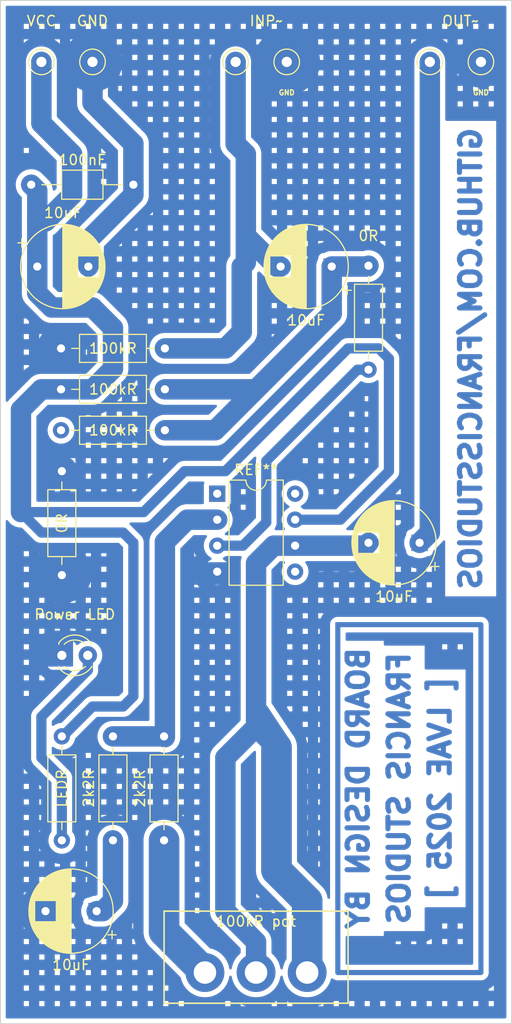
<source format=kicad_pcb>
(kicad_pcb (version 20211014) (generator pcbnew)
  (layers (0 "F.Cu" signal) (31 "B.Cu" signal) (34 "B.Paste" user) (35 "F.Paste" user) (36 "B.SilkS" user "B.Silkscreen") (37 "F.SilkS" user "F.Silkscreen") (38 "B.Mask" user) (39 "F.Mask" user) (44 "Edge.Cuts" user))
  (net 0 "")
  (footprint "MountingHole:MountingHole_2.2mm_M2_ISO14580_Pad" (layer "F.Cu") (at 131 134)
    (fp_text reference "e" hide)
    (fp_text value "MountingHole_2.2mm_M2_ISO14580_Pad" hide)
    (pad "1" thru_hole circle (at 0 0) (size 3.8 3.8) (drill 2.2) (layers *.Cu *.Mask))
  )
  (footprint "Capacitor_THT:CP_Radial_D8.0mm_P5.00mm" (layer "F.Cu") (at 143.402651 65 180)
    (fp_text reference "10uF" (at 2.5 -5.25) (layer "F.SilkS"))
    (fp_text value "CP_Radial_D8.0mm_P5.00mm" hide)
    (pad "1" thru_hole rect (at 0 0 180) (size 1.6 1.6) (drill 0.8) (layers F&B.Cu *.Mask))
    (pad "2" thru_hole circle (at 5 0 180) (size 1.6 1.6) (drill 0.8) (layers F&B.Cu *.Mask))
  )
  (footprint "Resistor_THT:R_Axial_DIN0207_L6.3mm_D2.5mm_P10.16mm_Horizontal" (layer "F.Cu") (at 147 64.92 -90)
    (fp_text reference "0R" (at -2.92 0 -180) (layer "F.SilkS"))
    (fp_text value "R_Axial_DIN0207_L6.3mm_D2.5mm_P10.16mm_Horizontal" hide)
    (pad "1" thru_hole circle (at 0 0 270) (size 1.6 1.6) (drill 0.8) (layers F&B.Cu *.Mask))
    (pad "2" thru_hole oval (at 10.16 0 270) (size 1.6 1.6) (drill 0.8) (layers F&B.Cu *.Mask))
  )
  (footprint "MountingHole:MountingHole_2.2mm_M2_ISO14580_Pad" (layer "F.Cu") (at 141 134)
    (fp_text reference "e" hide)
    (fp_text value "MountingHole_2.2mm_M2_ISO14580_Pad" hide)
    (pad "1" thru_hole circle (at 0 0) (size 3.8 3.8) (drill 2.2) (layers F&B.Cu *.Mask))
  )
  (footprint "MountingHole:MountingHole_2.2mm_M2_ISO14580_Pad" (layer "F.Cu") (at 136 134)
    (fp_text reference "e" hide)
    (fp_text value "MountingHole_2.2mm_M2_ISO14580_Pad" hide)
    (pad "1" thru_hole circle (at 0 0) (size 3.8 3.8) (drill 2.2) (layers F&B.Cu *.Mask))
  )
  (footprint "Connector_Pin:Pin_D1.0mm_L10.0mm" (layer "F.Cu") (at 158 45)
    (fp_text reference "GND" (at 0 3) (layer "F.SilkS") (effects (font (size 0.5 0.5) (thickness 0.125))))
    (fp_text value "Pin_D1.0mm_L10.0mm" hide)
    (pad "1" thru_hole circle (at 0 0) (size 2 2) (drill 1) (layers F&B.Cu *.Mask))
  )
  (footprint "Resistor_THT:R_Axial_DIN0207_L6.3mm_D2.5mm_P10.16mm_Horizontal" (layer "F.Cu") (at 117 110.92 -90)
    (fp_text reference "LEDR" (at 5.08 0 -270) (layer "F.SilkS"))
    (fp_text value "R_Axial_DIN0207_L6.3mm_D2.5mm_P10.16mm_Horizontal" hide)
    (pad "1" thru_hole circle (at 0 0 270) (size 1.6 1.6) (drill 0.8) (layers F&B.Cu *.Mask))
    (pad "2" thru_hole oval (at 10.16 0 270) (size 1.6 1.6) (drill 0.8) (layers F&B.Cu *.Mask))
  )
  (footprint "Package_DIP:DIP-8_W7.62mm" (layer "F.Cu") (at 132.2 87.2)
    (fp_text reference "REF**" (at 3.81 -2.33) (layer "F.SilkS"))
    (fp_text value "DIP-8_W7.62mm")
    (pad "1" thru_hole rect (at 0 0) (size 1.6 1.6) (drill 0.8) (layers *.Cu *.Mask))
    (pad "2" thru_hole oval (at 0 2.54) (size 1.6 1.6) (drill 0.8) (layers *.Cu *.Mask))
    (pad "3" thru_hole oval (at 0 5.08) (size 1.6 1.6) (drill 0.8) (layers *.Cu *.Mask))
    (pad "4" thru_hole oval (at 0 7.62) (size 1.6 1.6) (drill 0.8) (layers *.Cu *.Mask))
    (pad "5" thru_hole oval (at 7.62 7.62) (size 1.6 1.6) (drill 0.8) (layers *.Cu *.Mask))
    (pad "6" thru_hole oval (at 7.62 5.08) (size 1.6 1.6) (drill 0.8) (layers *.Cu *.Mask))
    (pad "7" thru_hole oval (at 7.62 2.54) (size 1.6 1.6) (drill 0.8) (layers *.Cu *.Mask))
    (pad "8" thru_hole oval (at 7.62 0) (size 1.6 1.6) (drill 0.8) (layers *.Cu *.Mask))
  )
  (footprint "Connector_Pin:Pin_D1.0mm_L10.0mm" (layer "F.Cu") (at 153 45)
    (fp_text reference "OUT~" (at 3 -4) (layer "F.SilkS"))
    (fp_text value "Pin_D1.0mm_L10.0mm" hide)
    (pad "1" thru_hole circle (at 0 0) (size 2 2) (drill 1) (layers F&B.Cu *.Mask))
  )
  (footprint "Resistor_THT:R_Axial_DIN0207_L6.3mm_D2.5mm_P10.16mm_Horizontal" (layer "F.Cu") (at 127.08 73 180)
    (fp_text reference "100kR" (at 5.08 0) (layer "F.SilkS"))
    (fp_text value "R_Axial_DIN0207_L6.3mm_D2.5mm_P10.16mm_Horizontal" hide)
    (pad "1" thru_hole circle (at 0 0 180) (size 1.6 1.6) (drill 0.8) (layers F&B.Cu *.Mask))
    (pad "2" thru_hole oval (at 10.16 0 180) (size 1.6 1.6) (drill 0.8) (layers F&B.Cu *.Mask))
  )
  (footprint "Capacitor_THT:C_Axial_L3.8mm_D2.6mm_P10.00mm_Horizontal" (layer "F.Cu") (at 114 57)
    (fp_text reference "100nF" (at 5 -2.42) (layer "F.SilkS"))
    (fp_text value "C_Axial_L3.8mm_D2.6mm_P10.00mm_Horizontal" hide)
    (pad "1" thru_hole circle (at 0 0) (size 1.6 1.6) (drill 0.8) (layers *.Cu *.Mask))
    (pad "2" thru_hole oval (at 10 0) (size 1.6 1.6) (drill 0.8) (layers *.Cu *.Mask))
  )
  (footprint "Capacitor_THT:CP_Radial_D8.0mm_P5.00mm" (layer "F.Cu") (at 152 92 180)
    (fp_text reference "10uF" (at 2.5 -5.25) (layer "F.SilkS"))
    (fp_text value "CP_Radial_D8.0mm_P5.00mm" hide)
    (pad "1" thru_hole rect (at 0 0 180) (size 1.6 1.6) (drill 0.8) (layers *.Cu *.Mask))
    (pad "2" thru_hole circle (at 5 0 180) (size 1.6 1.6) (drill 0.8) (layers *.Cu *.Mask))
  )
  (footprint "Resistor_THT:R_Axial_DIN0207_L6.3mm_D2.5mm_P10.16mm_Horizontal" (layer "F.Cu") (at 127 121.08 90)
    (fp_text reference "2k2R" (at 5.08 -2.37 90) (layer "F.SilkS"))
    (fp_text value "R_Axial_DIN0207_L6.3mm_D2.5mm_P10.16mm_Horizontal" hide)
    (pad "1" thru_hole circle (at 0 0 90) (size 1.6 1.6) (drill 0.8) (layers *.Cu *.Mask))
    (pad "2" thru_hole oval (at 10.16 0 90) (size 1.6 1.6) (drill 0.8) (layers *.Cu *.Mask))
  )
  (footprint "Capacitor_THT:CP_Radial_D8.0mm_P5.00mm" (layer "F.Cu") (at 114.597349 65)
    (fp_text reference "10uF" (at 2.5 -5.25) (layer "F.SilkS"))
    (fp_text value "CP_Radial_D8.0mm_P5.00mm" hide)
    (pad "1" thru_hole rect (at 0 0) (size 1.6 1.6) (drill 0.8) (layers F&B.Cu *.Mask))
    (pad "2" thru_hole circle (at 5 0) (size 1.6 1.6) (drill 0.8) (layers F&B.Cu *.Mask))
  )
  (footprint "Resistor_THT:R_Axial_DIN0207_L6.3mm_D2.5mm_P10.16mm_Horizontal" (layer "F.Cu") (at 127.08 81 180)
    (fp_text reference "100kR" (at 5.08 0) (layer "F.SilkS"))
    (fp_text value "R_Axial_DIN0207_L6.3mm_D2.5mm_P10.16mm_Horizontal" hide)
    (pad "1" thru_hole circle (at 0 0 180) (size 1.6 1.6) (drill 0.8) (layers F&B.Cu *.Mask))
    (pad "2" thru_hole oval (at 10.16 0 180) (size 1.6 1.6) (drill 0.8) (layers F&B.Cu *.Mask))
  )
  (footprint "Connector_Pin:Pin_D1.0mm_L10.0mm" (layer "F.Cu") (at 120 45)
    (fp_text reference "GND" (at 0 -4) (layer "F.SilkS"))
    (fp_text value "Pin_D1.0mm_L10.0mm" hide)
    (pad "1" thru_hole circle (at 0 0) (size 2 2) (drill 1) (layers F&B.Cu *.Mask))
  )
  (footprint "LED_THT:LED_D3.0mm" (layer "F.Cu") (at 117 103)
    (fp_text reference "Power LED" (at 1.27 -4) (layer "F.SilkS"))
    (fp_text value "LED_D3.0mm" hide)
    (pad "1" thru_hole rect (at 0 0) (size 1.8 1.8) (drill 0.9) (layers *.Cu *.Mask))
    (pad "2" thru_hole circle (at 2.54 0) (size 1.8 1.8) (drill 0.9) (layers *.Cu *.Mask))
  )
  (footprint "Connector_Pin:Pin_D1.0mm_L10.0mm" (layer "F.Cu") (at 139 45)
    (fp_text reference "GND" (at 0 3) (layer "F.SilkS") (effects (font (size 0.5 0.5) (thickness 0.125))))
    (fp_text value "Pin_D1.0mm_L10.0mm" hide)
    (pad "1" thru_hole circle (at 0 0) (size 2 2) (drill 1) (layers F&B.Cu *.Mask))
  )
  (footprint "Resistor_THT:R_Axial_DIN0207_L6.3mm_D2.5mm_P10.16mm_Horizontal" (layer "F.Cu") (at 122 121.08 90)
    (fp_text reference "2k2R" (at 5.08 -2.37 90) (layer "F.SilkS"))
    (fp_text value "R_Axial_DIN0207_L6.3mm_D2.5mm_P10.16mm_Horizontal" hide)
    (pad "1" thru_hole circle (at 0 0 90) (size 1.6 1.6) (drill 0.8) (layers F&B.Cu *.Mask))
    (pad "2" thru_hole oval (at 10.16 0 90) (size 1.6 1.6) (drill 0.8) (layers F&B.Cu *.Mask))
  )
  (footprint "Capacitor_THT:CP_Radial_D8.0mm_P5.00mm" (layer "F.Cu") (at 120.402651 128 180)
    (fp_text reference "10uF" (at 2.5 -5.25) (layer "F.SilkS"))
    (fp_text value "CP_Radial_D8.0mm_P5.00mm" hide)
    (pad "1" thru_hole rect (at 0 0 180) (size 1.6 1.6) (drill 0.8) (layers F&B.Cu *.Mask))
    (pad "2" thru_hole circle (at 5 0 180) (size 1.6 1.6) (drill 0.8) (layers F&B.Cu *.Mask))
  )
  (footprint "Connector_Pin:Pin_D1.0mm_L10.0mm" (layer "F.Cu") (at 134 45)
    (fp_text reference "INP~" (at 3 -4) (layer "F.SilkS"))
    (fp_text value "Pin_D1.0mm_L10.0mm" hide)
    (pad "1" thru_hole circle (at 0 0) (size 2 2) (drill 1) (layers F&B.Cu *.Mask))
  )
  (footprint "Resistor_THT:R_Axial_DIN0207_L6.3mm_D2.5mm_P10.16mm_Horizontal" (layer "F.Cu") (at 127.08 77 180)
    (fp_text reference "100kR" (at 5.08 0) (layer "F.SilkS"))
    (fp_text value "R_Axial_DIN0207_L6.3mm_D2.5mm_P10.16mm_Horizontal" hide)
    (pad "1" thru_hole circle (at 0 0 180) (size 1.6 1.6) (drill 0.8) (layers F&B.Cu *.Mask))
    (pad "2" thru_hole oval (at 10.16 0 180) (size 1.6 1.6) (drill 0.8) (layers F&B.Cu *.Mask))
  )
  (footprint "Resistor_THT:R_Axial_DIN0207_L6.3mm_D2.5mm_P10.16mm_Horizontal" (layer "F.Cu") (at 117 85 -90)
    (fp_text reference "0R" (at 5.08 0 -270) (layer "F.SilkS"))
    (fp_text value "R_Axial_DIN0207_L6.3mm_D2.5mm_P10.16mm_Horizontal" hide)
    (pad "1" thru_hole circle (at 0 0 270) (size 1.6 1.6) (drill 0.8) (layers F&B.Cu *.Mask))
    (pad "2" thru_hole oval (at 10.16 0 270) (size 1.6 1.6) (drill 0.8) (layers F&B.Cu *.Mask))
  )
  (footprint "Connector_Pin:Pin_D1.0mm_L10.0mm" (layer "F.Cu") (at 115 45)
    (fp_text reference "VCC" (at 0 -4) (layer "F.SilkS"))
    (fp_text value "Pin_D1.0mm_L10.0mm" hide)
    (pad "1" thru_hole circle (at 0 0) (size 2 2) (drill 1) (layers *.Cu *.Mask))
  )
  (gr_circle (center 158 45) (end 158 45) (layer "B.Cu") (width 0.2) (fill none))
  (gr_rect (start 158 134) (end 144 100) (layer "B.Cu") (width 0.5) (fill none))
  (gr_rect (start 130 94) (end 134.4 96) (layer "B.Cu") (width 0.2) (fill solid))
  (gr_rect (start 118 104) (end 114 101) (layer "B.Cu") (width 0.2) (fill solid))
  (gr_circle (center 117 95) (end 119.828427 95) (layer "B.Cu") (width 0.2) (fill solid))
  (gr_circle (center 115 128) (end 117.236068 128) (layer "B.Cu") (width 0.2) (fill solid))
  (gr_circle (center 120 45) (end 122.828427 45) (layer "B.Cu") (width 0.2) (fill solid))
  (gr_circle (center 117 73) (end 119.236068 73) (layer "B.Cu") (width 0.2) (fill solid))
  (gr_circle (center 117 85) (end 118.414214 85) (layer "B.Cu") (width 0.2) (fill solid))
  (gr_poly (pts (xy 139 111) (xy 137 111) (xy 137 108)) (layer "B.Cu") (width 0.2) (fill solid))
  (gr_circle (center 139 45) (end 142.162278 45) (layer "B.Cu") (width 0.2) (fill solid))
  (gr_circle (center 158 45) (end 160.236068 45) (layer "B.Cu") (width 0.2) (fill solid))
  (gr_rect (start 127 128) (end 145 137) (layer "F.SilkS") (width 0.15) (fill none))
  (gr_rect (start 111 39) (end 161 139) (layer "Edge.Cuts") (width 0.1) (fill none))
  (gr_text "FRANCIS STUDIOS" (at 150 116 90) (layer "B.Cu") (effects (font (size 2 2) (thickness 0.5)) (justify mirror)))
  (gr_text "[ LVAE 2025 ]" (at 154 116 90) (layer "B.Cu") (effects (font (size 2 2) (thickness 0.5)) (justify mirror)))
  (gr_text "GITHUB.COM/FRANCISSTUDIOS" (at 157 74 90) (layer "B.Cu") (effects (font (size 2 2) (thickness 0.5)) (justify mirror)))
  (gr_text "BOARD DESIGN BY" (at 146 116 90) (layer "B.Cu") (effects (font (size 2 2) (thickness 0.5)) (justify mirror)))
  (gr_text "100kR pot" (at 136 129) (layer "F.SilkS") (effects (font (size 1 1))))
  (segment (start 119.54 104.46) (end 119.54 103) (width 1) (layer "B.Cu") (net 0))
  (segment (start 115 91) (end 113 89) (width 1) (layer "B.Cu") (net 0))
  (segment (start 134 45) (end 134 53) (width 2) (layer "B.Cu") (net 0))
  (segment (start 121 128) (end 122 127) (width 2) (layer "B.Cu") (net 0))
  (segment (start 117 115) (end 115 113) (width 1) (layer "B.Cu") (net 0))
  (segment (start 124 58) (end 124 57) (width 2) (layer "B.Cu") (net 0))
  (segment (start 137 90) (end 137 84) (width 1) (layer "B.Cu") (net 0))
  (segment (start 143.402651 69.597349) (end 143.402651 65) (width 2) (layer "B.Cu") (net 0))
  (segment (start 120 69) (end 116 69) (width 2) (layer "B.Cu") (net 0))
  (segment (start 134 53) (end 135 54) (width 2) (layer "B.Cu") (net 0))
  (segment (start 133 128) (end 133 113) (width 2) (layer "B.Cu") (net 0))
  (segment (start 153 91) (end 153 45) (width 2) (layer "B.Cu") (net 0))
  (segment (start 129.26 89.74) (end 132.2 89.74) (width 2) (layer "B.Cu") (net 0))
  (segment (start 138 65) (end 135 62) (width 2) (layer "B.Cu") (net 0))
  (segment (start 124 53) (end 120 49) (width 2) (layer "B.Cu") (net 0))
  (segment (start 120.402651 128) (end 121 128) (width 2) (layer "B.Cu") (net 0))
  (segment (start 136 94) (end 136 110) (width 2) (layer "B.Cu") (net 0))
  (segment (start 132 81) (end 127.08 81) (width 2) (layer "B.Cu") (net 0))
  (segment (start 131 134) (end 127 130) (width 3) (layer "B.Cu") (net 0))
  (segment (start 120 77) (end 122 75) (width 2) (layer "B.Cu") (net 0))
  (segment (start 145 73) (end 133 85) (width 1) (layer "B.Cu") (net 0))
  (segment (start 123 91) (end 115 91) (width 1) (layer "B.Cu") (net 0))
  (segment (start 118 54) (end 115 51) (width 2) (layer "B.Cu") (net 0))
  (segment (start 136 110) (end 138 112) (width 2) (layer "B.Cu") (net 0))
  (segment (start 115 77) (end 113 79) (width 2) (layer "B.Cu") (net 0))
  (segment (start 127.08 111) (end 127.08 106) (width 2) (layer "B.Cu") (net 0))
  (segment (start 120 49) (end 120 45) (width 2) (layer "B.Cu") (net 0))
  (segment (start 118 58) (end 118 54) (width 2) (layer "B.Cu") (net 0))
  (segment (start 125 89) (end 113 89) (width 1) (layer "B.Cu") (net 0))
  (segment (start 127 130) (end 127 121.08) (width 3) (layer "B.Cu") (net 0))
  (segment (start 122 127) (end 122 121.08) (width 2) (layer "B.Cu") (net 0))
  (segment (start 116 69) (end 114.597349 67.597349) (width 2) (layer "B.Cu") (net 0))
  (segment (start 148 73) (end 145 73) (width 1) (layer "B.Cu") (net 0))
  (segment (start 136 77) (end 143.402651 69.597349) (width 2) (layer "B.Cu") (net 0))
  (segment (start 119.597349 62.402651) (end 124 58) (width 2) (layer "B.Cu") (net 0))
  (segment (start 143.402651 65) (end 146.92 65) (width 2) (layer "B.Cu") (net 0))
  (segment (start 137 84) (end 145.92 75.08) (width 1) (layer "B.Cu") (net 0))
  (segment (start 117.08 110.92) (end 120 108) (width 1) (layer "B.Cu") (net 0))
  (segment (start 136 134) (end 136 131) (width 2) (layer "B.Cu") (net 0))
  (segment (start 145.92 75.08) (end 147 75.08) (width 1) (layer "B.Cu") (net 0))
  (segment (start 146.92 65) (end 147 64.92) (width 2) (layer "B.Cu") (net 0))
  (segment (start 127.08 77) (end 136 77) (width 2) (layer "B.Cu") (net 0))
  (segment (start 129 85) (end 125 89) (width 1) (layer "B.Cu") (net 0))
  (segment (start 139.82 89.74) (end 144.26 89.74) (width 1) (layer "B.Cu") (net 0))
  (segment (start 114.597349 65) (end 114.597349 60.597349) (width 2) (layer "B.Cu") (net 0))
  (segment (start 149 74) (end 148 73) (width 1) (layer "B.Cu") (net 0))
  (segment (start 152 92) (end 153 91) (width 2) (layer "B.Cu") (net 0))
  (segment (start 141 134) (end 141 127) (width 3) (layer "B.Cu") (net 0))
  (segment (start 141 127) (end 138 124) (width 3) (layer "B.Cu") (net 0))
  (segment (start 149 85) (end 149 74) (width 1) (layer "B.Cu") (net 0))
  (segment (start 114.597349 60.597349) (end 115.402651 60.597349) (width 2) (layer "B.Cu") (net 0))
  (segment (start 114.597349 60.597349) (end 114.597349 57.597349) (width 2) (layer "B.Cu") (net 0))
  (segment (start 115 109) (end 119.54 104.46) (width 1) (layer "B.Cu") (net 0))
  (segment (start 115 51) (end 115 45) (width 2) (layer "B.Cu") (net 0))
  (segment (start 116.92 77) (end 120 77) (width 2) (layer "B.Cu") (net 0))
  (segment (start 134.72 92.28) (end 137 90) (width 1) (layer "B.Cu") (net 0))
  (segment (start 133 73) (end 134.597349 71.402651) (width 2) (layer "B.Cu") (net 0))
  (segment (start 136 77) (end 132 81) (width 2) (layer "B.Cu") (net 0))
  (segment (start 136 131) (end 133 128) (width 2) (layer "B.Cu") (net 0))
  (segment (start 120 108) (end 123 108) (width 1) (layer "B.Cu") (net 0))
  (segment (start 122 75) (end 122 71) (width 2) (layer "B.Cu") (net 0))
  (segment (start 134.597349 71.402651) (end 134.597349 65) (width 2) (layer "B.Cu") (net 0))
  (segment (start 113 79) (end 113 89) (width 2) (layer "B.Cu") (net 0))
  (segment (start 135 64.597349) (end 134.597349 65) (width 2) (layer "B.Cu") (net 0))
  (segment (start 117 110.92) (end 117.08 110.92) (width 1) (layer "B.Cu") (net 0))
  (segment (start 133 113) (end 136 110) (width 2) (layer "B.Cu") (net 0))
  (segment (start 127 110.92) (end 122 110.92) (width 2) (layer "B.Cu") (net 0))
  (segment (start 119.597349 65) (end 119.597349 62.402651) (width 2) (layer "B.Cu") (net 0))
  (segment (start 123 108) (end 124 107) (width 1) (layer "B.Cu") (net 0))
  (segment (start 127.08 73) (end 133 73) (width 2) (layer "B.Cu") (net 0))
  (segment (start 133 85) (end 129 85) (width 1) (layer "B.Cu") (net 0))
  (segment (start 144.26 89.74) (end 149 85) (width 1) (layer "B.Cu") (net 0))
  (segment (start 146.72 92.28) (end 147 92) (width 2) (layer "B.Cu") (net 0))
  (segment (start 127.08 91.92) (end 129.26 89.74) (width 2) (layer "B.Cu") (net 0))
  (segment (start 122 71) (end 120 69) (width 2) (layer "B.Cu") (net 0))
  (segment (start 132.2 92.28) (end 134.72 92.28) (width 1) (layer "B.Cu") (net 0))
  (segment (start 114.597349 67.597349) (end 114.597349 65) (width 2) (layer "B.Cu") (net 0))
  (segment (start 124 57) (end 124 53) (width 2) (layer "B.Cu") (net 0))
  (segment (start 139.82 92.28) (end 146.72 92.28) (width 2) (layer "B.Cu") (net 0))
  (segment (start 124 107) (end 124 92) (width 1) (layer "B.Cu") (net 0))
  (segment (start 115 113) (end 115 109) (width 1) (layer "B.Cu") (net 0))
  (segment (start 137.72 92.28) (end 136 94) (width 2) (layer "B.Cu") (net 0))
  (segment (start 115.402651 60.597349) (end 118 58) (width 2) (layer "B.Cu") (net 0))
  (segment (start 139.82 92.28) (end 137.72 92.28) (width 2) (layer "B.Cu") (net 0))
  (segment (start 114.597349 57.597349) (end 114 57) (width 2) (layer "B.Cu") (net 0))
  (segment (start 135 54) (end 135 62) (width 2) (layer "B.Cu") (net 0))
  (segment (start 138 124) (end 138 112) (width 3) (layer "B.Cu") (net 0))
  (segment (start 116.92 77) (end 115 77) (width 2) (layer "B.Cu") (net 0))
  (segment (start 127.08 106) (end 127.08 91.92) (width 2) (layer "B.Cu") (net 0))
  (segment (start 117 121.08) (end 117 115) (width 1) (layer "B.Cu") (net 0))
  (segment (start 135 62) (end 135 64.597349) (width 2) (layer "B.Cu") (net 0))
  (segment (start 138.402651 65) (end 138 65) (width 2) (layer "B.Cu") (net 0))
  (segment (start 124 92) (end 123 91) (width 1) (layer "B.Cu") (net 0))
  (zone (net 0) (net_name "") (layer "B.Cu") (name "GroundPlane") (connect_pads (clearance 0.508)) (min_thickness 0.254) (fill yes (mode hatch) (thermal_gap 0.508) (thermal_bridge_width 0.508) (hatch_thickness 1.016) (hatch_gap 0.5) (hatch_orientation 0) (hatch_border_algorithm hatch_thickness) (hatch_min_hole_area 0.3))
    (polygon (pts (xy 161 139) (xy 111 139) (xy 111 39) (xy 161 39)))
  )
)
</source>
